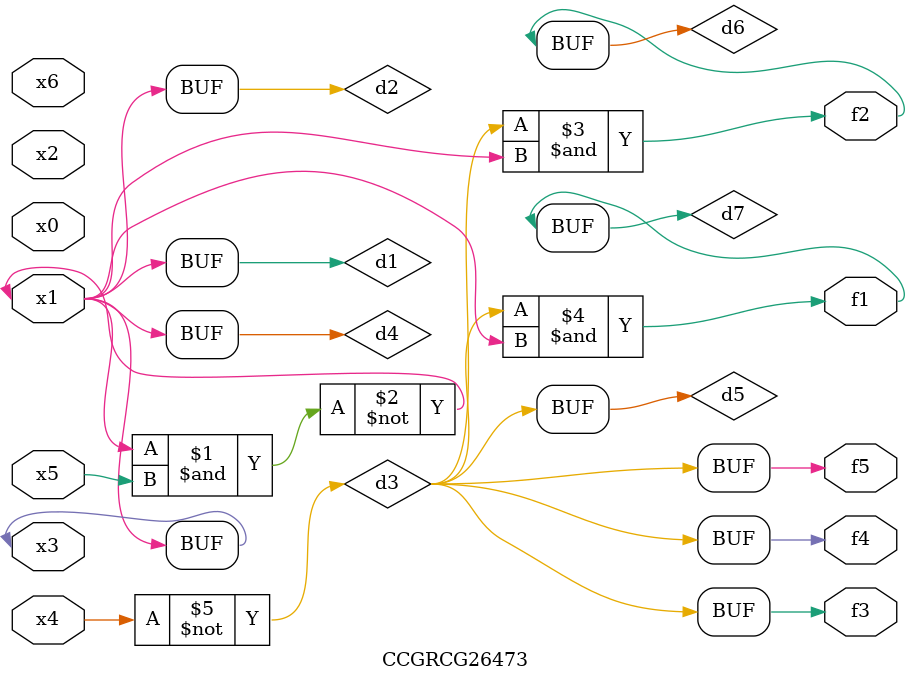
<source format=v>
module CCGRCG26473(
	input x0, x1, x2, x3, x4, x5, x6,
	output f1, f2, f3, f4, f5
);

	wire d1, d2, d3, d4, d5, d6, d7;

	buf (d1, x1, x3);
	nand (d2, x1, x5);
	not (d3, x4);
	buf (d4, d1, d2);
	buf (d5, d3);
	and (d6, d3, d4);
	and (d7, d3, d4);
	assign f1 = d7;
	assign f2 = d6;
	assign f3 = d5;
	assign f4 = d5;
	assign f5 = d5;
endmodule

</source>
